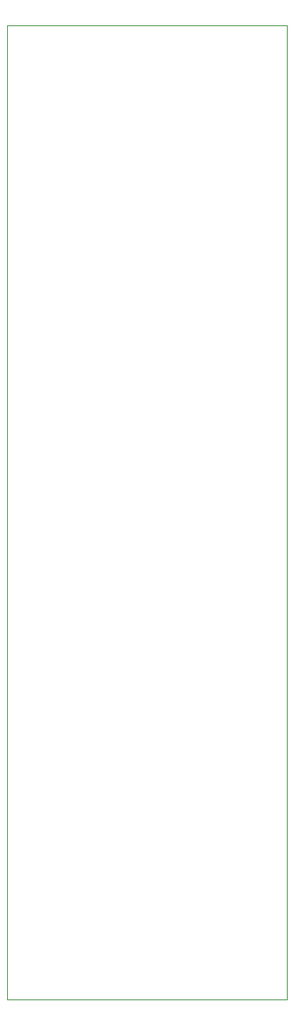
<source format=gbr>
%TF.GenerationSoftware,KiCad,Pcbnew,7.0.7-7.0.7~ubuntu22.04.1*%
%TF.CreationDate,2023-09-04T11:07:22+02:00*%
%TF.ProjectId,schaltung,73636861-6c74-4756-9e67-2e6b69636164,rev?*%
%TF.SameCoordinates,Original*%
%TF.FileFunction,Profile,NP*%
%FSLAX46Y46*%
G04 Gerber Fmt 4.6, Leading zero omitted, Abs format (unit mm)*
G04 Created by KiCad (PCBNEW 7.0.7-7.0.7~ubuntu22.04.1) date 2023-09-04 11:07:22*
%MOMM*%
%LPD*%
G01*
G04 APERTURE LIST*
%TA.AperFunction,Profile*%
%ADD10C,0.100000*%
%TD*%
G04 APERTURE END LIST*
D10*
X200000000Y-20320000D02*
X229920000Y-20320000D01*
X229920000Y-124460000D01*
X200000000Y-124460000D01*
X200000000Y-20320000D01*
M02*

</source>
